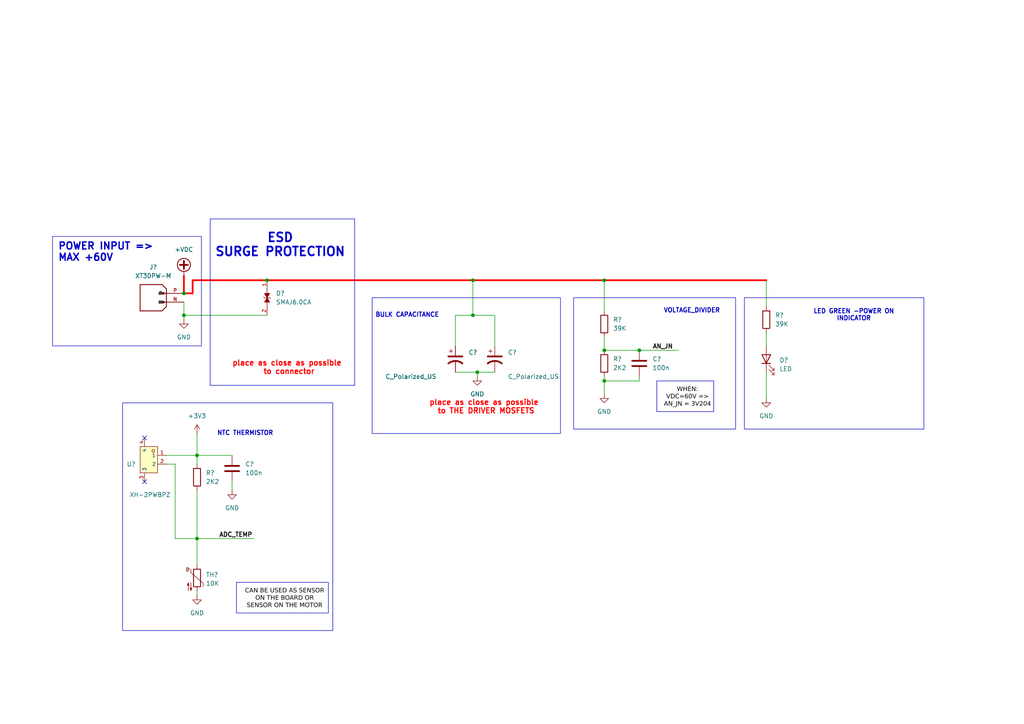
<source format=kicad_sch>
(kicad_sch (version 20231120) (generator "eeschema") (generator_version "8.0")
  (paper "A4")
  (lib_symbols
    (symbol "Device:C" (pin_numbers hide) (pin_names (offset 0.254))
      (property "Reference" "C" (at 0.635 2.54 0))
      (property "Value" "C" (at 0.635 -2.54 0))
      (symbol "C_0_1"
        (polyline (pts (xy -2.032 -0.762) (xy 2.032 -0.762)) (stroke (width 0.508)))
        (polyline (pts (xy -2.032 0.762) (xy 2.032 0.762)) (stroke (width 0.508)))
      )
      (symbol "C_1_1"
        (pin passive line (at 0 3.81 270) (length 2.794) (name "~") (number "1"))
        (pin passive line (at 0 -3.81 90) (length 2.794) (name "~") (number "2"))
      )
    )
    (symbol "Device:C_Polarized_US" (pin_numbers hide) (pin_names (offset 0.254) hide)
      (property "Reference" "C" (at 0.635 2.54 0))
      (property "Value" "C_Polarized_US" (at 0.635 -2.54 0))
      (symbol "C_Polarized_US_0_1"
        (polyline (pts (xy -2.032 0.762) (xy 2.032 0.762)) (stroke (width 0.508)))
        (polyline (pts (xy -1.778 2.286) (xy -0.762 2.286)))
        (polyline (pts (xy -1.27 1.778) (xy -1.27 2.794)))
        (arc (start 2.032 -1.27) (mid 0 -0.5572) (end -2.032 -1.27) (stroke (width 0.508)))
      )
      (symbol "C_Polarized_US_1_1"
        (pin passive line (at 0 3.81 270) (length 2.794) (name "~") (number "1"))
        (pin passive line (at 0 -3.81 90) (length 3.302) (name "~") (number "2"))
      )
    )
    (symbol "Device:LED" (pin_numbers hide) (pin_names (offset 1.016) hide)
      (property "Reference" "D" (at 0 2.54 0))
      (property "Value" "LED" (at 0 -2.54 0))
      (symbol "LED_0_1"
        (polyline (pts (xy -1.27 -1.27) (xy -1.27 1.27)) (stroke (width 0.254)))
        (polyline (pts (xy -1.27 0) (xy 1.27 0)))
        (polyline (pts (xy 1.27 -1.27) (xy 1.27 1.27) (xy -1.27 0) (xy 1.27 -1.27)) (stroke (width 0.254)))
        (polyline (pts (xy -3.048 -0.762) (xy -4.572 -2.286) (xy -3.81 -2.286) (xy -4.572 -2.286) (xy -4.572 -1.524)))
        (polyline (pts (xy -1.778 -0.762) (xy -3.302 -2.286) (xy -2.54 -2.286) (xy -3.302 -2.286) (xy -3.302 -1.524)))
      )
      (symbol "LED_1_1"
        (pin passive line (at -3.81 0 0) (length 2.54) (name "K") (number "1"))
        (pin passive line (at 3.81 0 180) (length 2.54) (name "A") (number "2"))
      )
    )
    (symbol "Device:R" (pin_numbers hide) (pin_names (offset 0))
      (property "Reference" "R" (at 2.032 0 90))
      (property "Value" "R" (at 0 0 90))
      (symbol "R_0_1"
        (rectangle (start -1.016 -2.54) (end 1.016 2.54) (stroke (width 0.254)))
      )
      (symbol "R_1_1"
        (pin passive line (at 0 3.81 270) (length 1.27) (name "~") (number "1"))
        (pin passive line (at 0 -3.81 90) (length 1.27) (name "~") (number "2"))
      )
    )
    (symbol "Device:Thermistor_NTC" (pin_numbers hide) (pin_names (offset 0))
      (property "Reference" "TH" (at -4.445 0 90))
      (property "Value" "Thermistor_NTC" (at 3.175 0 90))
      (symbol "Thermistor_NTC_0_1"
        (arc (start -3.048 2.159) (mid -3.0495 2.3143) (end -3.175 2.413))
        (arc (start -3.048 2.159) (mid -2.9736 1.9794) (end -2.794 1.905))
        (arc (start -3.048 2.794) (mid -2.9736 2.6144) (end -2.794 2.54))
        (arc (start -2.794 1.905) (mid -2.6144 1.9794) (end -2.54 2.159))
        (arc (start -2.794 2.54) (mid -2.4393 2.5587) (end -2.159 2.794))
        (arc (start -2.794 3.048) (mid -2.9736 2.9736) (end -3.048 2.794))
        (arc (start -2.54 2.794) (mid -2.6144 2.9736) (end -2.794 3.048))
        (rectangle (start -1.016 2.54) (end 1.016 -2.54) (stroke (width 0.254)))
        (polyline (pts (xy -2.54 2.159) (xy -2.54 2.794)))
        (polyline (pts (xy -1.778 2.54) (xy -1.778 1.524) (xy 1.778 -1.524) (xy 1.778 -2.54)))
        (polyline (pts (xy -2.54 -3.683) (xy -2.54 -1.397) (xy -2.794 -2.159) (xy -2.286 -2.159) (xy -2.54 -1.397) (xy -2.54 -1.651)) (fill (type outline)))
        (polyline (pts (xy -1.778 -1.397) (xy -1.778 -3.683) (xy -2.032 -2.921) (xy -1.524 -2.921) (xy -1.778 -3.683) (xy -1.778 -3.429)) (fill (type outline)))
      )
      (symbol "Thermistor_NTC_1_1"
        (pin passive line (at 0 3.81 270) (length 1.27) (name "~") (number "1"))
        (pin passive line (at 0 -3.81 90) (length 1.27) (name "~") (number "2"))
      )
    )
    (symbol "SMAJ60CA:SMAJ6.0CA" (pin_names (offset 1.016))
      (property "Reference" "D" (at -5.08 2.54 0))
      (property "Value" "SMAJ6.0CA" (at -5.08 -5.08 0))
      (symbol "SMAJ6.0CA_0_0"
        (polyline (pts (xy -1.27 0) (xy -2.54 0)) (stroke (width 0.1524)))
        (polyline (pts (xy 0 -0.762) (xy -0.254 -1.016)) (stroke (width 0.1524)))
        (polyline (pts (xy 0 -0.762) (xy 0 0.762)) (stroke (width 0.1524)))
        (polyline (pts (xy 0 0.762) (xy 0.254 1.016)) (stroke (width 0.1524)))
        (polyline (pts (xy 1.27 0) (xy 2.54 0)) (stroke (width 0.1524)))
        (polyline (pts (xy 0 0) (xy -1.27 -0.762) (xy -1.27 0.762) (xy 0 0)) (stroke (width 0.1524)) (fill (type outline)))
        (polyline (pts (xy 0 0) (xy 1.27 0.762) (xy 1.27 -0.762) (xy 0 0)) (stroke (width 0.1524)) (fill (type outline)))
        (pin passive line (at -5.08 0 0) (length 2.54) (name "~") (number "1"))
        (pin passive line (at 5.08 0 180) (length 2.54) (name "~") (number "2"))
      )
    )
    (symbol "XH-2PWBPZ:XH-2PWBPZ"
      (property "Reference" "U" (at 0 1.27 0))
      (property "Value" "XH-2PWBPZ" (at 0 -2.54 0))
      (symbol "XH-2PWBPZ_0_1"
        (rectangle (start -1.27 3.81) (end 3.81 -3.81) (fill (type background)))
        (circle (center 0 2.54) (radius 0.381) (fill (type background)))
        (pin unspecified line (at -3.81 1.27 0) (length 2.54) (name "1") (number "1"))
        (pin unspecified line (at -3.81 -1.27 0) (length 2.54) (name "2") (number "2"))
        (pin unspecified line (at 2.54 -6.35 90) (length 2.54) (name "3") (number "3"))
        (pin unspecified line (at 2.54 6.35 270) (length 2.54) (name "4") (number "4"))
      )
    )
    (symbol "XT30PW_M:XT30PW-M" (pin_names (offset 1.016))
      (property "Reference" "J" (at -7.62 3.302 0))
      (property "Value" "XT30PW-M" (at -7.62 -7.62 0))
      (symbol "XT30PW-M_0_0"
        (rectangle (start -2.2225 -2.8575) (end -0.635 -2.2225) (stroke (width 0.1)) (fill (type outline)))
        (rectangle (start -2.2225 -0.3175) (end -0.635 0.3175) (stroke (width 0.1)) (fill (type outline)))
        (polyline (pts (xy -7.62 -5.08) (xy -7.62 2.54)) (stroke (width 0.254)))
        (polyline (pts (xy -7.62 2.54) (xy -1.27 2.54)) (stroke (width 0.254)))
        (polyline (pts (xy -1.27 -5.08) (xy -7.62 -5.08)) (stroke (width 0.254)))
        (polyline (pts (xy 0 -3.81) (xy -1.27 -5.08)) (stroke (width 0.254)))
        (polyline (pts (xy 0 -2.54) (xy -1.905 -2.54)) (stroke (width 0.254)))
        (polyline (pts (xy 0 0) (xy -1.905 0)) (stroke (width 0.254)))
        (polyline (pts (xy 0 0) (xy 0 -3.81)) (stroke (width 0.254)))
        (polyline (pts (xy 0 1.27) (xy -1.27 2.54)) (stroke (width 0.254)))
        (polyline (pts (xy 0 1.27) (xy 0 0)) (stroke (width 0.254)))
        (pin power_in line (at 5.08 -2.54 180) (length 5.08) (name "N") (number "N"))
        (pin power_in line (at 5.08 0 180) (length 5.08) (name "P") (number "P"))
      )
    )
    (symbol "power:+3V3" (power) (pin_numbers hide) (pin_names (offset 0) hide)
      (property "Value" "+3V3" (at 0 3.556 0))
      (symbol "+3V3_0_1"
        (polyline (pts (xy -0.762 1.27) (xy 0 2.54)))
        (polyline (pts (xy 0 0) (xy 0 2.54)))
        (polyline (pts (xy 0 2.54) (xy 0.762 1.27)))
      )
      (symbol "+3V3_1_1"
        (pin power_in line (at 0 0 90) (length 0) (name "~") (number "1"))
      )
    )
    (symbol "power:+VDC" (power) (pin_numbers hide) (pin_names (offset 0) hide)
      (property "Value" "+VDC" (at 0 6.35 0))
      (symbol "+VDC_0_1"
        (polyline (pts (xy -1.143 3.175) (xy 1.143 3.175)) (stroke (width 0.508)))
        (polyline (pts (xy 0 0) (xy 0 1.27)))
        (polyline (pts (xy 0 2.032) (xy 0 4.318)) (stroke (width 0.508)))
        (circle (center 0 3.175) (radius 1.905) (stroke (width 0.254)))
      )
      (symbol "+VDC_1_1"
        (pin power_in line (at 0 0 90) (length 0) (name "~") (number "1"))
      )
    )
    (symbol "power:GND" (power) (pin_numbers hide) (pin_names (offset 0) hide)
      (property "Value" "GND" (at 0 -3.81 0))
      (symbol "GND_0_1"
        (polyline (pts (xy 0 0) (xy 0 -1.27) (xy 1.27 -1.27) (xy 0 -2.54) (xy -1.27 -1.27) (xy 0 -1.27)))
      )
      (symbol "GND_1_1"
        (pin power_in line (at 0 0 270) (length 0) (name "~") (number "1"))
      )
    )
  )
  (junction (at 137.16 91.44))
  (junction (at 53.34 85.09))
  (junction (at 77.47 81.28))
  (junction (at 137.16 81.28))
  (junction (at 53.34 91.44))
  (junction (at 175.26 81.28))
  (junction (at 138.43 107.95))
  (junction (at 175.26 101.6))
  (junction (at 57.15 132.08))
  (junction (at 57.15 156.21))
  (junction (at 185.42 101.6))
  (junction (at 175.26 110.49))
  (no_connect (at 41.91 139.7))
  (no_connect (at 41.91 127))
  (wire (pts (xy 57.15 132.08) (xy 57.15 134.62)))
  (wire (pts (xy 132.08 100.33) (xy 132.08 91.44)))
  (wire (pts (xy 57.15 171.45) (xy 57.15 172.72)))
  (wire (pts (xy 57.15 142.24) (xy 57.15 156.21)))
  (wire (pts (xy 175.26 81.28) (xy 175.26 90.17)))
  (wire (pts (xy 53.34 87.63) (xy 53.34 91.44)))
  (wire (pts (xy 48.26 134.62) (xy 50.8 134.62)))
  (wire (pts (xy 50.8 134.62) (xy 50.8 156.21)))
  (wire (pts (xy 57.15 156.21) (xy 57.15 163.83)))
  (wire (pts (xy 55.88 85.09) (xy 53.34 85.09)) (stroke (width 0.508) (color 255 0 0 1)))
  (wire (pts (xy 57.15 156.21) (xy 73.66 156.21)))
  (wire (pts (xy 185.42 101.6) (xy 196.85 101.6)))
  (wire (pts (xy 185.42 110.49) (xy 175.26 110.49)))
  (wire (pts (xy 137.16 81.28) (xy 175.26 81.28)) (stroke (width 0.508) (color 255 0 0 1)))
  (wire (pts (xy 175.26 109.22) (xy 175.26 110.49)))
  (wire (pts (xy 53.34 91.44) (xy 53.34 92.71)))
  (wire (pts (xy 53.34 91.44) (xy 77.47 91.44)))
  (wire (pts (xy 175.26 101.6) (xy 185.42 101.6)))
  (wire (pts (xy 55.88 81.28) (xy 55.88 85.09)) (stroke (width 0.508) (color 255 0 0 1)))
  (wire (pts (xy 132.08 91.44) (xy 137.16 91.44)))
  (wire (pts (xy 57.15 132.08) (xy 67.31 132.08)))
  (wire (pts (xy 57.15 125.73) (xy 57.15 132.08)))
  (wire (pts (xy 175.26 81.28) (xy 222.25 81.28)) (stroke (width 0.508) (color 255 0 0 1)))
  (wire (pts (xy 137.16 91.44) (xy 137.16 81.28)))
  (wire (pts (xy 138.43 107.95) (xy 138.43 109.22)))
  (wire (pts (xy 222.25 88.9) (xy 222.25 81.28)))
  (wire (pts (xy 67.31 139.7) (xy 67.31 142.24)))
  (wire (pts (xy 175.26 110.49) (xy 175.26 114.3)))
  (wire (pts (xy 132.08 107.95) (xy 138.43 107.95)))
  (wire (pts (xy 137.16 91.44) (xy 143.51 91.44)))
  (wire (pts (xy 77.47 81.28) (xy 137.16 81.28)) (stroke (width 0.508) (color 255 0 0 1)))
  (wire (pts (xy 185.42 109.22) (xy 185.42 110.49)))
  (wire (pts (xy 222.25 100.33) (xy 222.25 96.52)))
  (wire (pts (xy 143.51 91.44) (xy 143.51 100.33)))
  (wire (pts (xy 48.26 132.08) (xy 57.15 132.08)))
  (wire (pts (xy 175.26 97.79) (xy 175.26 101.6)))
  (wire (pts (xy 53.34 80.01) (xy 53.34 85.09)) (stroke (width 0.508) (color 255 0 0 1)))
  (wire (pts (xy 222.25 115.57) (xy 222.25 107.95)))
  (wire (pts (xy 50.8 156.21) (xy 57.15 156.21)))
  (wire (pts (xy 77.47 81.28) (xy 55.88 81.28)) (stroke (width 0.508) (color 255 0 0 1)))
  (wire (pts (xy 138.43 107.95) (xy 143.51 107.95)))
  (rectangle (start 215.9 86.36) (end 267.97 124.46))
  (rectangle (start 68.58 168.91) (end 95.25 177.8))
  (rectangle (start 35.56 116.84) (end 96.52 182.88))
  (rectangle (start 107.95 86.36) (end 162.56 125.73))
  (rectangle (start 60.96 63.5) (end 102.87 111.76))
  (rectangle (start 166.37 86.36) (end 213.36 124.46))
  (rectangle (start 190.5 110.49) (end 207.01 119.38))
  (text_box "POWER INPUT =>\nMAX +60V" (at 15.24 68.58 0) (size 43.18 31.75) (effects (font (size 2.032 2.032) (bold yes)) (justify left top)))
  (text "LED GREEN -POWER ON\nINDICATOR" (at 247.65 91.44 0) (effects (font (size 1.27 1.27) (bold yes))))
  (text "place as close as possible \nto connector" (at 83.82 106.68 0) (effects (font (size 1.524 1.524) (bold yes))))
  (text "ESD\nSURGE PROTECTION" (at 81.28 71.12 0) (effects (font (size 2.54 2.54) (bold yes))))
  (text "NTC THERMISTOR" (at 71.12 125.73 0) (effects (font (size 1.27 1.27) (bold yes))))
  (text "VOLTAGE_DIVIDER" (at 200.66 90.17 0) (effects (font (size 1.27 1.27) (bold yes))))
  (text "CAN BE USED AS SENSOR\nON THE BOARD OR\nSENSOR ON THE MOTOR" (at 82.55 173.99 0) (effects (font (size 1.27 1.27) (italic yes))))
  (text "place as close as possible \nto THE DRIVER MOSFETS" (at 140.97 118.11 0) (effects (font (size 1.524 1.524) (bold yes))))
  (text "BULK CAPACITANCE" (at 118.11 91.44 0) (effects (font (size 1.27 1.27) (bold yes))))
  (text "WHEN:\nVDC=60V =>\nAN_JN = 3V204" (at 199.39 115.57 0) (effects (font (size 1.27 1.27) (italic yes))))
  (label "AN_JN" (at 189.23 101.6 0) (effects (font (bold yes))))
  (label "ADC_TEMP" (at 63.5 156.21 0) (effects (font (bold yes))))
  (symbol (lib_id "XH-2PWBPZ:XH-2PWBPZ") (at 44.45 133.35 0) (mirror y) (unit 1)
    (property "Reference" "U?" (at 39.37 134.6201 0) (effects (justify left)))
    (property "Value" "XH-2PWBPZ" (at 49.53 143.51 0) (effects (justify left)))
    (property "Datasheet" "https://item.szlcsc.com/2791035.html" (effects (hide yes)))
    (property "LCSC" "C2687444" (effects (hide yes)))
  )
  (symbol (lib_id "Device:C") (at 67.31 135.89 0) (unit 1)
    (property "Reference" "C?" (at 71.12 134.6199 0) (effects (justify left)))
    (property "Value" "100n" (at 71.12 137.1599 0) (effects (justify left)))
    (property "Description" "Unpolarized capacitor" (effects (hide yes)))
  )
  (symbol (lib_id "Device:Thermistor_NTC") (at 57.15 167.64 0) (unit 1)
    (property "Reference" "TH?" (at 59.69 166.6874 0) (effects (justify left)))
    (property "Value" "10K" (at 59.69 169.2274 0) (effects (justify left)))
    (property "Description" "Temperature dependent resistor, negative temperature coefficient" (effects (hide yes)))
  )
  (symbol (lib_id "power:GND") (at 57.15 172.72 0) (unit 1)
    (property "Reference" "#PWR059" (effects (hide yes)))
    (property "Value" "GND" (at 57.15 177.8 0))
    (property "Description" "Power symbol creates a global label with name \"GND\" , ground" (effects (hide yes)))
  )
  (symbol (lib_id "power:GND") (at 222.25 115.57 0) (unit 1)
    (property "Reference" "#PWR058" (effects (hide yes)))
    (property "Value" "GND" (at 222.25 120.65 0))
    (property "Description" "Power symbol creates a global label with name \"GND\" , ground" (effects (hide yes)))
  )
  (symbol (lib_id "Device:C_Polarized_US") (at 132.08 104.14 0) (unit 1)
    (property "Reference" "C?" (at 135.89 102.2349 0) (effects (justify left)))
    (property "Value" "C_Polarized_US" (at 111.76 109.22 0) (effects (justify left)))
    (property "Description" "Polarized capacitor, US symbol" (effects (hide yes)))
  )
  (symbol (lib_id "power:GND") (at 53.34 92.71 0) (unit 1)
    (property "Reference" "#PWR054" (effects (hide yes)))
    (property "Value" "GND" (at 53.34 97.79 0))
    (property "Description" "Power symbol creates a global label with name \"GND\" , ground" (effects (hide yes)))
  )
  (symbol (lib_id "power:GND") (at 138.43 109.22 0) (unit 1)
    (property "Reference" "#PWR056" (effects (hide yes)))
    (property "Value" "GND" (at 138.43 114.3 0))
    (property "Description" "Power symbol creates a global label with name \"GND\" , ground" (effects (hide yes)))
  )
  (symbol (lib_id "power:+3V3") (at 57.15 125.73 0) (unit 1)
    (property "Reference" "#PWR061" (effects (hide yes)))
    (property "Value" "+3V3" (at 57.15 120.65 0))
    (property "Description" "Power symbol creates a global label with name \"+3V3\"" (effects (hide yes)))
  )
  (symbol (lib_id "power:GND") (at 175.26 114.3 0) (unit 1)
    (property "Reference" "#PWR057" (effects (hide yes)))
    (property "Value" "GND" (at 175.26 119.38 0))
    (property "Description" "Power symbol creates a global label with name \"GND\" , ground" (effects (hide yes)))
  )
  (symbol (lib_id "Device:R") (at 175.26 105.41 0) (unit 1)
    (property "Reference" "R?" (at 177.8 104.1399 0) (effects (justify left)))
    (property "Value" "2K2" (at 177.8 106.6799 0) (effects (justify left)))
    (property "Description" "Resistor" (effects (hide yes)))
  )
  (symbol (lib_id "power:+VDC") (at 53.34 80.01 0) (unit 1)
    (property "Reference" "#PWR055" (effects (hide yes)))
    (property "Value" "+VDC" (at 53.34 72.39 0))
    (property "Description" "Power symbol creates a global label with name \"+VDC\"" (effects (hide yes)))
  )
  (symbol (lib_id "Device:R") (at 57.15 138.43 0) (unit 1)
    (property "Reference" "R?" (at 59.69 137.1599 0) (effects (justify left)))
    (property "Value" "2K2" (at 59.69 139.6999 0) (effects (justify left)))
    (property "Description" "Resistor" (effects (hide yes)))
  )
  (symbol (lib_id "Device:C_Polarized_US") (at 143.51 104.14 0) (unit 1)
    (property "Reference" "C?" (at 147.32 102.2349 0) (effects (justify left)))
    (property "Value" "C_Polarized_US" (at 147.32 109.22 0) (effects (justify left)))
    (property "Description" "Polarized capacitor, US symbol" (effects (hide yes)))
  )
  (symbol (lib_id "Device:LED") (at 222.25 104.14 90) (unit 1)
    (property "Reference" "D?" (at 226.06 104.4574 90) (effects (justify right)))
    (property "Value" "LED" (at 226.06 106.9974 90) (effects (justify right)))
    (property "Description" "Light emitting diode" (effects (hide yes)))
  )
  (symbol (lib_id "XT30PW_M:XT30PW-M") (at 48.26 85.09 0) (unit 1)
    (property "Reference" "J?" (at 44.45 77.47 0))
    (property "Value" "XT30PW-M" (at 44.45 80.01 0))
    (property "Footprint" "XT30PW-M:AMASS_XT30PW-M" (effects (hide yes)))
    (property "MF" "AMASS" (effects (hide yes)))
    (property "MAXIMUM_PACKAGE_HEIGHT" "5 mm" (effects (hide yes)))
    (property "Package" "None" (effects (hide yes)))
    (property "Price" "None" (effects (hide yes)))
    (property "Check_prices" "https://www.snapeda.com/parts/XT30PW-M/AMASS/view-part/?ref=eda" (effects (hide yes)))
    (property "STANDARD" "Manufacturer Recommendations" (effects (hide yes)))
    (property "PARTREV" "1.2" (effects (hide yes)))
    (property "SnapEDA_Link" "https://www.snapeda.com/parts/XT30PW-M/AMASS/view-part/?ref=snap" (effects (hide yes)))
    (property "MP" "XT30PW-M" (effects (hide yes)))
    (property "Description_1" "\nSocket; DC supply; XT30; male; PIN: 2; on PCBs; THT; Colour: yellow\n" (effects (hide yes)))
    (property "MANUFACTURER" "Amass" (effects (hide yes)))
    (property "Availability" "Not in stock" (effects (hide yes)))
    (property "SNAPEDA_PN" "XT30PW-M" (effects (hide yes)))
  )
  (symbol (lib_id "power:GND") (at 67.31 142.24 0) (unit 1)
    (property "Reference" "#PWR060" (effects (hide yes)))
    (property "Value" "GND" (at 67.31 147.32 0))
    (property "Description" "Power symbol creates a global label with name \"GND\" , ground" (effects (hide yes)))
  )
  (symbol (lib_id "Device:R") (at 175.26 93.98 0) (unit 1)
    (property "Reference" "R?" (at 177.8 92.7099 0) (effects (justify left)))
    (property "Value" "39K" (at 177.8 95.2499 0) (effects (justify left)))
    (property "Description" "Resistor" (effects (hide yes)))
  )
  (symbol (lib_id "SMAJ60CA:SMAJ6.0CA") (at 77.47 86.36 270) (unit 1)
    (property "Reference" "D?" (at 80.01 85.0899 90) (effects (justify left)))
    (property "Value" "SMAJ6.0CA" (at 80.01 87.6299 90) (effects (justify left)))
    (property "Footprint" "SMAJ6.0CA:DIOM4325X250N" (effects (hide yes)))
    (property "MF" "Taiwan Semiconductor" (effects (hide yes)))
    (property "MAXIMUM_PACKAGE_HEIGHT" "2.5 mm" (effects (hide yes)))
    (property "Package" "SMA Taiwan Semiconductor" (effects (hide yes)))
    (property "Price" "None" (effects (hide yes)))
    (property "Check_prices" "https://www.snapeda.com/parts/SMAJ6.0CA/Taiwan+Semiconductor/view-part/?ref=eda" (effects (hide yes)))
    (property "STANDARD" "IPC-7351B" (effects (hide yes)))
    (property "PARTREV" "S2102" (effects (hide yes)))
    (property "SnapEDA_Link" "https://www.snapeda.com/parts/SMAJ6.0CA/Taiwan+Semiconductor/view-part/?ref=snap" (effects (hide yes)))
    (property "MP" "SMAJ6.0CA" (effects (hide yes)))
    (property "Description_1" "\n400W, 7V, 5%, Bidirectional, TVS\n" (effects (hide yes)))
    (property "Availability" "In Stock" (effects (hide yes)))
    (property "MANUFACTURER" "Taiwan Semiconductor" (effects (hide yes)))
  )
  (symbol (lib_id "Device:R") (at 222.25 92.71 0) (unit 1)
    (property "Reference" "R?" (at 224.79 91.4399 0) (effects (justify left)))
    (property "Value" "39K" (at 224.79 93.9799 0) (effects (justify left)))
    (property "Description" "Resistor" (effects (hide yes)))
  )
  (symbol (lib_id "Device:C") (at 185.42 105.41 0) (unit 1)
    (property "Reference" "C?" (at 189.23 104.1399 0) (effects (justify left)))
    (property "Value" "100n" (at 189.23 106.6799 0) (effects (justify left)))
    (property "Description" "Unpolarized capacitor" (effects (hide yes)))
  )
)
</source>
